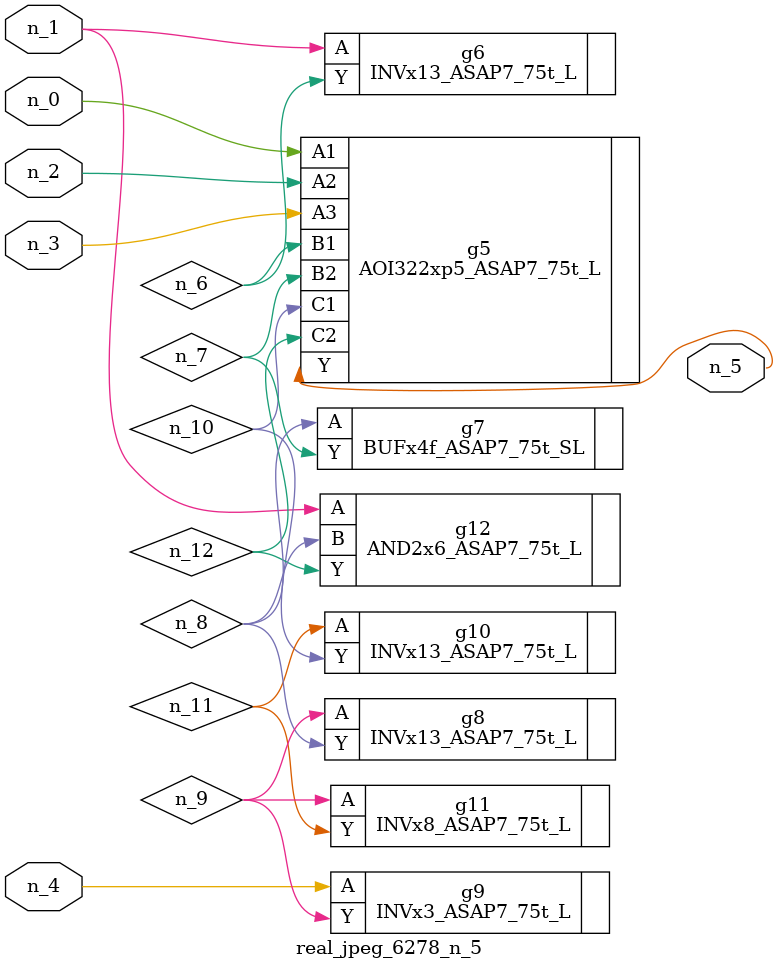
<source format=v>
module real_jpeg_6278_n_5 (n_4, n_0, n_1, n_2, n_3, n_5);

input n_4;
input n_0;
input n_1;
input n_2;
input n_3;

output n_5;

wire n_12;
wire n_8;
wire n_11;
wire n_6;
wire n_7;
wire n_10;
wire n_9;

AOI322xp5_ASAP7_75t_L g5 ( 
.A1(n_0),
.A2(n_2),
.A3(n_3),
.B1(n_6),
.B2(n_7),
.C1(n_10),
.C2(n_12),
.Y(n_5)
);

INVx13_ASAP7_75t_L g6 ( 
.A(n_1),
.Y(n_6)
);

AND2x6_ASAP7_75t_L g12 ( 
.A(n_1),
.B(n_8),
.Y(n_12)
);

INVx3_ASAP7_75t_L g9 ( 
.A(n_4),
.Y(n_9)
);

BUFx4f_ASAP7_75t_SL g7 ( 
.A(n_8),
.Y(n_7)
);

INVx13_ASAP7_75t_L g8 ( 
.A(n_9),
.Y(n_8)
);

INVx8_ASAP7_75t_L g11 ( 
.A(n_9),
.Y(n_11)
);

INVx13_ASAP7_75t_L g10 ( 
.A(n_11),
.Y(n_10)
);


endmodule
</source>
